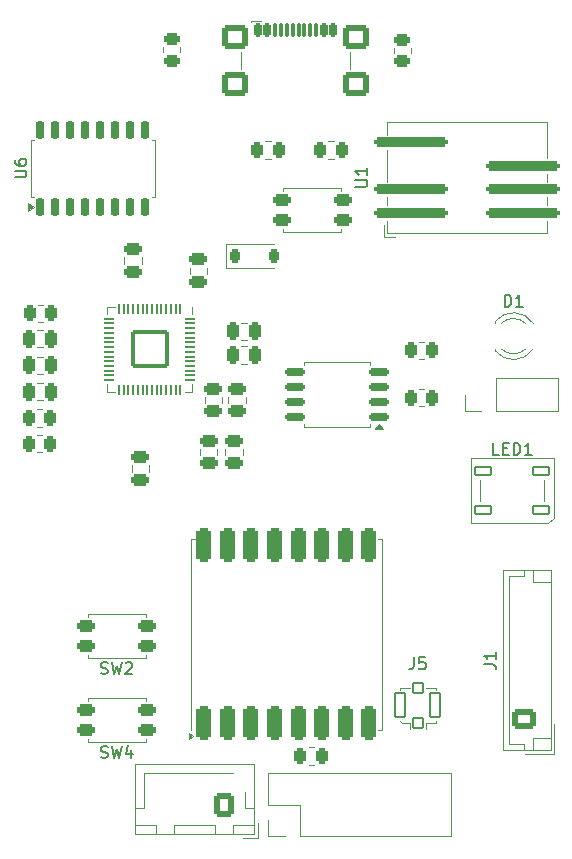
<source format=gbr>
%TF.GenerationSoftware,KiCad,Pcbnew,9.0.6*%
%TF.CreationDate,2025-11-22T08:39:34-08:00*%
%TF.ProjectId,bramble,6272616d-626c-4652-9e6b-696361645f70,rev?*%
%TF.SameCoordinates,Original*%
%TF.FileFunction,Legend,Top*%
%TF.FilePolarity,Positive*%
%FSLAX46Y46*%
G04 Gerber Fmt 4.6, Leading zero omitted, Abs format (unit mm)*
G04 Created by KiCad (PCBNEW 9.0.6) date 2025-11-22 08:39:34*
%MOMM*%
%LPD*%
G01*
G04 APERTURE LIST*
G04 Aperture macros list*
%AMRoundRect*
0 Rectangle with rounded corners*
0 $1 Rounding radius*
0 $2 $3 $4 $5 $6 $7 $8 $9 X,Y pos of 4 corners*
0 Add a 4 corners polygon primitive as box body*
4,1,4,$2,$3,$4,$5,$6,$7,$8,$9,$2,$3,0*
0 Add four circle primitives for the rounded corners*
1,1,$1+$1,$2,$3*
1,1,$1+$1,$4,$5*
1,1,$1+$1,$6,$7*
1,1,$1+$1,$8,$9*
0 Add four rect primitives between the rounded corners*
20,1,$1+$1,$2,$3,$4,$5,0*
20,1,$1+$1,$4,$5,$6,$7,0*
20,1,$1+$1,$6,$7,$8,$9,0*
20,1,$1+$1,$8,$9,$2,$3,0*%
G04 Aperture macros list end*
%ADD10C,0.150000*%
%ADD11C,0.120000*%
%ADD12RoundRect,0.250000X-0.475000X-0.250000X0.475000X-0.250000X0.475000X0.250000X-0.475000X0.250000X0*%
%ADD13RoundRect,0.250000X-0.262500X-0.450000X0.262500X-0.450000X0.262500X0.450000X-0.262500X0.450000X0*%
%ADD14RoundRect,0.100000X-0.400000X-0.400000X0.400000X-0.400000X0.400000X0.400000X-0.400000X0.400000X0*%
%ADD15RoundRect,0.105000X-0.420000X-0.995000X0.420000X-0.995000X0.420000X0.995000X-0.420000X0.995000X0*%
%ADD16R,1.800000X1.800000*%
%ADD17C,1.800000*%
%ADD18RoundRect,0.250000X0.475000X-0.250000X0.475000X0.250000X-0.475000X0.250000X-0.475000X-0.250000X0*%
%ADD19C,2.400000*%
%ADD20RoundRect,0.250000X-0.450000X0.262500X-0.450000X-0.262500X0.450000X-0.262500X0.450000X0.262500X0*%
%ADD21C,5.000000*%
%ADD22RoundRect,0.250000X-0.475000X0.250000X-0.475000X-0.250000X0.475000X-0.250000X0.475000X0.250000X0*%
%ADD23RoundRect,0.250000X0.262500X0.450000X-0.262500X0.450000X-0.262500X-0.450000X0.262500X-0.450000X0*%
%ADD24RoundRect,0.250000X0.475000X0.250000X-0.475000X0.250000X-0.475000X-0.250000X0.475000X-0.250000X0*%
%ADD25RoundRect,0.050000X-0.050000X0.387500X-0.050000X-0.387500X0.050000X-0.387500X0.050000X0.387500X0*%
%ADD26RoundRect,0.050000X-0.387500X0.050000X-0.387500X-0.050000X0.387500X-0.050000X0.387500X0.050000X0*%
%ADD27RoundRect,0.144000X-1.456000X1.456000X-1.456000X-1.456000X1.456000X-1.456000X1.456000X1.456000X0*%
%ADD28RoundRect,0.090000X-0.660000X-0.360000X0.660000X-0.360000X0.660000X0.360000X-0.660000X0.360000X0*%
%ADD29RoundRect,0.250000X0.250000X0.475000X-0.250000X0.475000X-0.250000X-0.475000X0.250000X-0.475000X0*%
%ADD30C,1.200000*%
%ADD31RoundRect,0.250000X0.600000X0.725000X-0.600000X0.725000X-0.600000X-0.725000X0.600000X-0.725000X0*%
%ADD32O,1.700000X1.950000*%
%ADD33RoundRect,0.225000X-0.225000X-0.375000X0.225000X-0.375000X0.225000X0.375000X-0.225000X0.375000X0*%
%ADD34RoundRect,0.317500X0.317500X-1.157500X0.317500X1.157500X-0.317500X1.157500X-0.317500X-1.157500X0*%
%ADD35R,1.700000X1.700000*%
%ADD36C,1.700000*%
%ADD37RoundRect,0.250000X-0.840000X-0.750000X0.840000X-0.750000X0.840000X0.750000X-0.840000X0.750000X0*%
%ADD38RoundRect,0.150000X-0.150000X-0.425000X0.150000X-0.425000X0.150000X0.425000X-0.150000X0.425000X0*%
%ADD39RoundRect,0.075000X-0.075000X-0.500000X0.075000X-0.500000X0.075000X0.500000X-0.075000X0.500000X0*%
%ADD40C,0.650000*%
%ADD41RoundRect,0.250000X-0.250000X-0.475000X0.250000X-0.475000X0.250000X0.475000X-0.250000X0.475000X0*%
%ADD42RoundRect,0.205000X2.920000X-0.205000X2.920000X0.205000X-2.920000X0.205000X-2.920000X-0.205000X0*%
%ADD43RoundRect,0.162500X0.650000X0.162500X-0.650000X0.162500X-0.650000X-0.162500X0.650000X-0.162500X0*%
%ADD44RoundRect,0.250000X0.725000X-0.600000X0.725000X0.600000X-0.725000X0.600000X-0.725000X-0.600000X0*%
%ADD45O,1.950000X1.700000*%
%ADD46RoundRect,0.150000X0.150000X-0.650000X0.150000X0.650000X-0.150000X0.650000X-0.150000X-0.650000X0*%
G04 APERTURE END LIST*
D10*
X46766666Y-67204819D02*
X46766666Y-67919104D01*
X46766666Y-67919104D02*
X46719047Y-68061961D01*
X46719047Y-68061961D02*
X46623809Y-68157200D01*
X46623809Y-68157200D02*
X46480952Y-68204819D01*
X46480952Y-68204819D02*
X46385714Y-68204819D01*
X47719047Y-67204819D02*
X47242857Y-67204819D01*
X47242857Y-67204819D02*
X47195238Y-67681009D01*
X47195238Y-67681009D02*
X47242857Y-67633390D01*
X47242857Y-67633390D02*
X47338095Y-67585771D01*
X47338095Y-67585771D02*
X47576190Y-67585771D01*
X47576190Y-67585771D02*
X47671428Y-67633390D01*
X47671428Y-67633390D02*
X47719047Y-67681009D01*
X47719047Y-67681009D02*
X47766666Y-67776247D01*
X47766666Y-67776247D02*
X47766666Y-68014342D01*
X47766666Y-68014342D02*
X47719047Y-68109580D01*
X47719047Y-68109580D02*
X47671428Y-68157200D01*
X47671428Y-68157200D02*
X47576190Y-68204819D01*
X47576190Y-68204819D02*
X47338095Y-68204819D01*
X47338095Y-68204819D02*
X47242857Y-68157200D01*
X47242857Y-68157200D02*
X47195238Y-68109580D01*
X54461905Y-37494819D02*
X54461905Y-36494819D01*
X54461905Y-36494819D02*
X54700000Y-36494819D01*
X54700000Y-36494819D02*
X54842857Y-36542438D01*
X54842857Y-36542438D02*
X54938095Y-36637676D01*
X54938095Y-36637676D02*
X54985714Y-36732914D01*
X54985714Y-36732914D02*
X55033333Y-36923390D01*
X55033333Y-36923390D02*
X55033333Y-37066247D01*
X55033333Y-37066247D02*
X54985714Y-37256723D01*
X54985714Y-37256723D02*
X54938095Y-37351961D01*
X54938095Y-37351961D02*
X54842857Y-37447200D01*
X54842857Y-37447200D02*
X54700000Y-37494819D01*
X54700000Y-37494819D02*
X54461905Y-37494819D01*
X55985714Y-37494819D02*
X55414286Y-37494819D01*
X55700000Y-37494819D02*
X55700000Y-36494819D01*
X55700000Y-36494819D02*
X55604762Y-36637676D01*
X55604762Y-36637676D02*
X55509524Y-36732914D01*
X55509524Y-36732914D02*
X55414286Y-36780533D01*
X20266667Y-68557200D02*
X20409524Y-68604819D01*
X20409524Y-68604819D02*
X20647619Y-68604819D01*
X20647619Y-68604819D02*
X20742857Y-68557200D01*
X20742857Y-68557200D02*
X20790476Y-68509580D01*
X20790476Y-68509580D02*
X20838095Y-68414342D01*
X20838095Y-68414342D02*
X20838095Y-68319104D01*
X20838095Y-68319104D02*
X20790476Y-68223866D01*
X20790476Y-68223866D02*
X20742857Y-68176247D01*
X20742857Y-68176247D02*
X20647619Y-68128628D01*
X20647619Y-68128628D02*
X20457143Y-68081009D01*
X20457143Y-68081009D02*
X20361905Y-68033390D01*
X20361905Y-68033390D02*
X20314286Y-67985771D01*
X20314286Y-67985771D02*
X20266667Y-67890533D01*
X20266667Y-67890533D02*
X20266667Y-67795295D01*
X20266667Y-67795295D02*
X20314286Y-67700057D01*
X20314286Y-67700057D02*
X20361905Y-67652438D01*
X20361905Y-67652438D02*
X20457143Y-67604819D01*
X20457143Y-67604819D02*
X20695238Y-67604819D01*
X20695238Y-67604819D02*
X20838095Y-67652438D01*
X21171429Y-67604819D02*
X21409524Y-68604819D01*
X21409524Y-68604819D02*
X21600000Y-67890533D01*
X21600000Y-67890533D02*
X21790476Y-68604819D01*
X21790476Y-68604819D02*
X22028572Y-67604819D01*
X22361905Y-67700057D02*
X22409524Y-67652438D01*
X22409524Y-67652438D02*
X22504762Y-67604819D01*
X22504762Y-67604819D02*
X22742857Y-67604819D01*
X22742857Y-67604819D02*
X22838095Y-67652438D01*
X22838095Y-67652438D02*
X22885714Y-67700057D01*
X22885714Y-67700057D02*
X22933333Y-67795295D01*
X22933333Y-67795295D02*
X22933333Y-67890533D01*
X22933333Y-67890533D02*
X22885714Y-68033390D01*
X22885714Y-68033390D02*
X22314286Y-68604819D01*
X22314286Y-68604819D02*
X22933333Y-68604819D01*
X53980952Y-50032319D02*
X53504762Y-50032319D01*
X53504762Y-50032319D02*
X53504762Y-49032319D01*
X54314286Y-49508509D02*
X54647619Y-49508509D01*
X54790476Y-50032319D02*
X54314286Y-50032319D01*
X54314286Y-50032319D02*
X54314286Y-49032319D01*
X54314286Y-49032319D02*
X54790476Y-49032319D01*
X55219048Y-50032319D02*
X55219048Y-49032319D01*
X55219048Y-49032319D02*
X55457143Y-49032319D01*
X55457143Y-49032319D02*
X55600000Y-49079938D01*
X55600000Y-49079938D02*
X55695238Y-49175176D01*
X55695238Y-49175176D02*
X55742857Y-49270414D01*
X55742857Y-49270414D02*
X55790476Y-49460890D01*
X55790476Y-49460890D02*
X55790476Y-49603747D01*
X55790476Y-49603747D02*
X55742857Y-49794223D01*
X55742857Y-49794223D02*
X55695238Y-49889461D01*
X55695238Y-49889461D02*
X55600000Y-49984700D01*
X55600000Y-49984700D02*
X55457143Y-50032319D01*
X55457143Y-50032319D02*
X55219048Y-50032319D01*
X56742857Y-50032319D02*
X56171429Y-50032319D01*
X56457143Y-50032319D02*
X56457143Y-49032319D01*
X56457143Y-49032319D02*
X56361905Y-49175176D01*
X56361905Y-49175176D02*
X56266667Y-49270414D01*
X56266667Y-49270414D02*
X56171429Y-49318033D01*
X20266667Y-75657200D02*
X20409524Y-75704819D01*
X20409524Y-75704819D02*
X20647619Y-75704819D01*
X20647619Y-75704819D02*
X20742857Y-75657200D01*
X20742857Y-75657200D02*
X20790476Y-75609580D01*
X20790476Y-75609580D02*
X20838095Y-75514342D01*
X20838095Y-75514342D02*
X20838095Y-75419104D01*
X20838095Y-75419104D02*
X20790476Y-75323866D01*
X20790476Y-75323866D02*
X20742857Y-75276247D01*
X20742857Y-75276247D02*
X20647619Y-75228628D01*
X20647619Y-75228628D02*
X20457143Y-75181009D01*
X20457143Y-75181009D02*
X20361905Y-75133390D01*
X20361905Y-75133390D02*
X20314286Y-75085771D01*
X20314286Y-75085771D02*
X20266667Y-74990533D01*
X20266667Y-74990533D02*
X20266667Y-74895295D01*
X20266667Y-74895295D02*
X20314286Y-74800057D01*
X20314286Y-74800057D02*
X20361905Y-74752438D01*
X20361905Y-74752438D02*
X20457143Y-74704819D01*
X20457143Y-74704819D02*
X20695238Y-74704819D01*
X20695238Y-74704819D02*
X20838095Y-74752438D01*
X21171429Y-74704819D02*
X21409524Y-75704819D01*
X21409524Y-75704819D02*
X21600000Y-74990533D01*
X21600000Y-74990533D02*
X21790476Y-75704819D01*
X21790476Y-75704819D02*
X22028572Y-74704819D01*
X22838095Y-75038152D02*
X22838095Y-75704819D01*
X22600000Y-74657200D02*
X22361905Y-75371485D01*
X22361905Y-75371485D02*
X22980952Y-75371485D01*
X41804819Y-27345654D02*
X42614342Y-27345654D01*
X42614342Y-27345654D02*
X42709580Y-27298035D01*
X42709580Y-27298035D02*
X42757200Y-27250416D01*
X42757200Y-27250416D02*
X42804819Y-27155178D01*
X42804819Y-27155178D02*
X42804819Y-26964702D01*
X42804819Y-26964702D02*
X42757200Y-26869464D01*
X42757200Y-26869464D02*
X42709580Y-26821845D01*
X42709580Y-26821845D02*
X42614342Y-26774226D01*
X42614342Y-26774226D02*
X41804819Y-26774226D01*
X42804819Y-25774226D02*
X42804819Y-26345654D01*
X42804819Y-26059940D02*
X41804819Y-26059940D01*
X41804819Y-26059940D02*
X41947676Y-26155178D01*
X41947676Y-26155178D02*
X42042914Y-26250416D01*
X42042914Y-26250416D02*
X42090533Y-26345654D01*
X52704819Y-67767083D02*
X53419104Y-67767083D01*
X53419104Y-67767083D02*
X53561961Y-67814702D01*
X53561961Y-67814702D02*
X53657200Y-67909940D01*
X53657200Y-67909940D02*
X53704819Y-68052797D01*
X53704819Y-68052797D02*
X53704819Y-68148035D01*
X53704819Y-66767083D02*
X53704819Y-67338511D01*
X53704819Y-67052797D02*
X52704819Y-67052797D01*
X52704819Y-67052797D02*
X52847676Y-67148035D01*
X52847676Y-67148035D02*
X52942914Y-67243273D01*
X52942914Y-67243273D02*
X52990533Y-67338511D01*
X12954819Y-26561904D02*
X13764342Y-26561904D01*
X13764342Y-26561904D02*
X13859580Y-26514285D01*
X13859580Y-26514285D02*
X13907200Y-26466666D01*
X13907200Y-26466666D02*
X13954819Y-26371428D01*
X13954819Y-26371428D02*
X13954819Y-26180952D01*
X13954819Y-26180952D02*
X13907200Y-26085714D01*
X13907200Y-26085714D02*
X13859580Y-26038095D01*
X13859580Y-26038095D02*
X13764342Y-25990476D01*
X13764342Y-25990476D02*
X12954819Y-25990476D01*
X12954819Y-25085714D02*
X12954819Y-25276190D01*
X12954819Y-25276190D02*
X13002438Y-25371428D01*
X13002438Y-25371428D02*
X13050057Y-25419047D01*
X13050057Y-25419047D02*
X13192914Y-25514285D01*
X13192914Y-25514285D02*
X13383390Y-25561904D01*
X13383390Y-25561904D02*
X13764342Y-25561904D01*
X13764342Y-25561904D02*
X13859580Y-25514285D01*
X13859580Y-25514285D02*
X13907200Y-25466666D01*
X13907200Y-25466666D02*
X13954819Y-25371428D01*
X13954819Y-25371428D02*
X13954819Y-25180952D01*
X13954819Y-25180952D02*
X13907200Y-25085714D01*
X13907200Y-25085714D02*
X13859580Y-25038095D01*
X13859580Y-25038095D02*
X13764342Y-24990476D01*
X13764342Y-24990476D02*
X13526247Y-24990476D01*
X13526247Y-24990476D02*
X13431009Y-25038095D01*
X13431009Y-25038095D02*
X13383390Y-25085714D01*
X13383390Y-25085714D02*
X13335771Y-25180952D01*
X13335771Y-25180952D02*
X13335771Y-25371428D01*
X13335771Y-25371428D02*
X13383390Y-25466666D01*
X13383390Y-25466666D02*
X13431009Y-25514285D01*
X13431009Y-25514285D02*
X13526247Y-25561904D01*
D11*
%TO.C,SW1*%
X35715000Y-27490000D02*
X35715000Y-27740000D01*
X35715000Y-30960000D02*
X35715000Y-31210000D01*
X35715000Y-31210000D02*
X40635000Y-31210000D01*
X40635000Y-27490000D02*
X35715000Y-27490000D01*
X40635000Y-27490000D02*
X40635000Y-27740000D01*
X40635000Y-30960000D02*
X40635000Y-31210000D01*
%TO.C,R13*%
X14930436Y-37335000D02*
X15384564Y-37335000D01*
X14930436Y-38805000D02*
X15384564Y-38805000D01*
%TO.C,J5*%
X45600000Y-69750000D02*
X46400000Y-69750000D01*
X45600000Y-69950000D02*
X45600000Y-69750000D01*
X45800000Y-72750000D02*
X45600000Y-72550000D01*
X46400000Y-72750000D02*
X45800000Y-72750000D01*
X46400000Y-72750000D02*
X46400000Y-73250000D01*
X47800000Y-69750000D02*
X48600000Y-69750000D01*
X47800000Y-72750000D02*
X47800000Y-73250000D01*
X48600000Y-69750000D02*
X48600000Y-69950000D01*
X48600000Y-72550000D02*
X48600000Y-72750000D01*
X48600000Y-72750000D02*
X47800000Y-72750000D01*
%TO.C,R21*%
X47172936Y-40465000D02*
X47627064Y-40465000D01*
X47172936Y-41935000D02*
X47627064Y-41935000D01*
%TO.C,D1*%
X53640000Y-38764000D02*
X53640000Y-38920000D01*
X53640000Y-41080000D02*
X53640000Y-41236000D01*
X53640000Y-38764484D02*
G75*
G02*
X56871437Y-38920000I1560000J-1235516D01*
G01*
X54159039Y-38920000D02*
G75*
G02*
X56240961Y-38920000I1040961J-1080000D01*
G01*
X56240961Y-41080000D02*
G75*
G02*
X54159039Y-41080000I-1040961J1080000D01*
G01*
X56871437Y-41080000D02*
G75*
G02*
X53640000Y-41235516I-1671437J1080000D01*
G01*
%TO.C,C13*%
X27790000Y-34711252D02*
X27790000Y-34188748D01*
X29260000Y-34711252D02*
X29260000Y-34188748D01*
%TO.C,R17*%
X25515000Y-15522936D02*
X25515000Y-15977064D01*
X26985000Y-15522936D02*
X26985000Y-15977064D01*
%TO.C,R20*%
X34185436Y-23515000D02*
X34639564Y-23515000D01*
X34185436Y-24985000D02*
X34639564Y-24985000D01*
%TO.C,C16*%
X30815000Y-49538748D02*
X30815000Y-50061252D01*
X32285000Y-49538748D02*
X32285000Y-50061252D01*
%TO.C,R16*%
X15307064Y-48375000D02*
X14852936Y-48375000D01*
X15307064Y-49845000D02*
X14852936Y-49845000D01*
%TO.C,SW2*%
X19140000Y-63790000D02*
X19140000Y-63540000D01*
X19140000Y-67260000D02*
X19140000Y-67010000D01*
X19140000Y-67260000D02*
X24060000Y-67260000D01*
X24060000Y-63540000D02*
X19140000Y-63540000D01*
X24060000Y-63790000D02*
X24060000Y-63540000D01*
X24060000Y-67260000D02*
X24060000Y-67010000D01*
%TO.C,IC1*%
X20790000Y-37515000D02*
X21440000Y-37515000D01*
X20790000Y-38165000D02*
X20790000Y-37515000D01*
X20790000Y-44085000D02*
X20790000Y-44735000D01*
X20790000Y-44735000D02*
X21440000Y-44735000D01*
X28010000Y-38165000D02*
X28010000Y-37515000D01*
X28010000Y-44085000D02*
X28010000Y-44735000D01*
X28010000Y-44735000D02*
X27360000Y-44735000D01*
%TO.C,LED1*%
X51600000Y-50327500D02*
X51600000Y-55827500D01*
X51600000Y-50327500D02*
X58600000Y-50327500D01*
X51600000Y-55827500D02*
X58150000Y-55827500D01*
X52400000Y-53977500D02*
X52400000Y-52177500D01*
X57800000Y-53977500D02*
X57800000Y-52177500D01*
X58150000Y-55827500D02*
X58600000Y-55377500D01*
X58600000Y-55377500D02*
X58600000Y-50327500D01*
%TO.C,C18*%
X22265000Y-33861252D02*
X22265000Y-33338748D01*
X23735000Y-33861252D02*
X23735000Y-33338748D01*
%TO.C,C14*%
X15361252Y-39481000D02*
X14838748Y-39481000D01*
X15361252Y-40951000D02*
X14838748Y-40951000D01*
%TO.C,J6*%
X23140000Y-76215000D02*
X23140000Y-82185000D01*
X23140000Y-82185000D02*
X33260000Y-82185000D01*
X23150000Y-79925000D02*
X23900000Y-79925000D01*
X23150000Y-81425000D02*
X23150000Y-82175000D01*
X23150000Y-82175000D02*
X24950000Y-82175000D01*
X23900000Y-76975000D02*
X28200000Y-76975000D01*
X23900000Y-79925000D02*
X23900000Y-76975000D01*
X24950000Y-81425000D02*
X23150000Y-81425000D01*
X24950000Y-82175000D02*
X24950000Y-81425000D01*
X26450000Y-81425000D02*
X26450000Y-82175000D01*
X26450000Y-82175000D02*
X29950000Y-82175000D01*
X28200000Y-76975000D02*
X31440000Y-76975000D01*
X29950000Y-81425000D02*
X26450000Y-81425000D01*
X29950000Y-82175000D02*
X29950000Y-81425000D01*
X31450000Y-81425000D02*
X31450000Y-82175000D01*
X31450000Y-82175000D02*
X33250000Y-82175000D01*
X32300000Y-82475000D02*
X33550000Y-82475000D01*
X32500000Y-79925000D02*
X32500000Y-78585000D01*
X33250000Y-79925000D02*
X32500000Y-79925000D01*
X33250000Y-81425000D02*
X31450000Y-81425000D01*
X33250000Y-82175000D02*
X33250000Y-81425000D01*
X33260000Y-76215000D02*
X23140000Y-76215000D01*
X33260000Y-82185000D02*
X33260000Y-76215000D01*
X33550000Y-82475000D02*
X33550000Y-81225000D01*
%TO.C,D3*%
X30890000Y-32225000D02*
X30890000Y-34225000D01*
X30890000Y-32225000D02*
X34900000Y-32225000D01*
X30890000Y-34225000D02*
X34900000Y-34225000D01*
%TO.C,SW4*%
X19140000Y-70890000D02*
X19140000Y-70640000D01*
X19140000Y-74360000D02*
X19140000Y-74110000D01*
X19140000Y-74360000D02*
X24060000Y-74360000D01*
X24060000Y-70640000D02*
X19140000Y-70640000D01*
X24060000Y-70890000D02*
X24060000Y-70640000D01*
X24060000Y-74360000D02*
X24060000Y-74110000D01*
%TO.C,C15*%
X28665000Y-49541248D02*
X28665000Y-50063752D01*
X30135000Y-49541248D02*
X30135000Y-50063752D01*
%TO.C,C10*%
X15361252Y-43973000D02*
X14838748Y-43973000D01*
X15361252Y-45443000D02*
X14838748Y-45443000D01*
%TO.C,U4*%
X27900000Y-57150000D02*
X28300000Y-57150000D01*
X27900000Y-73350000D02*
X27900000Y-57150000D01*
X43700000Y-73350000D02*
X44100000Y-73350000D01*
X44100000Y-57150000D02*
X43700000Y-57150000D01*
X44100000Y-73350000D02*
X44100000Y-57150000D01*
X28100000Y-73850000D02*
X27764000Y-74090000D01*
X27764000Y-73610000D01*
X28100000Y-73850000D01*
G36*
X28100000Y-73850000D02*
G01*
X27764000Y-74090000D01*
X27764000Y-73610000D01*
X28100000Y-73850000D01*
G37*
%TO.C,J7*%
X34440000Y-77005000D02*
X49900000Y-77005000D01*
X34440000Y-79655000D02*
X34440000Y-77005000D01*
X34440000Y-82305000D02*
X34440000Y-80925000D01*
X35820000Y-82305000D02*
X34440000Y-82305000D01*
X37090000Y-79655000D02*
X34440000Y-79655000D01*
X37090000Y-82305000D02*
X37090000Y-79655000D01*
X37090000Y-82305000D02*
X49900000Y-82305000D01*
X49900000Y-82305000D02*
X49900000Y-77005000D01*
%TO.C,J3*%
X41330000Y-17365000D02*
X41330000Y-15955000D01*
X33790000Y-13285000D02*
X32990000Y-13285000D01*
X32990000Y-13285000D02*
X32990000Y-13435000D01*
X32170000Y-17365000D02*
X32170000Y-15955000D01*
%TO.C,C17*%
X32138748Y-40865000D02*
X32661252Y-40865000D01*
X32138748Y-42335000D02*
X32661252Y-42335000D01*
%TO.C,R18*%
X45065000Y-15572936D02*
X45065000Y-16027064D01*
X46535000Y-15572936D02*
X46535000Y-16027064D01*
%TO.C,R19*%
X39977064Y-23515000D02*
X39522936Y-23515000D01*
X39977064Y-24985000D02*
X39522936Y-24985000D01*
%TO.C,U1*%
X44200000Y-31583750D02*
X44200000Y-30583750D01*
X44500000Y-21883750D02*
X58000000Y-21883750D01*
X44500000Y-22933750D02*
X44500000Y-21883750D01*
X44500000Y-26933750D02*
X44500000Y-24233750D01*
X44500000Y-28933750D02*
X44500000Y-28233750D01*
X44500000Y-31283750D02*
X44500000Y-30233750D01*
X45200000Y-31583750D02*
X44200000Y-31583750D01*
X58000000Y-24883750D02*
X58000000Y-21883750D01*
X58000000Y-26933750D02*
X58000000Y-26233750D01*
X58000000Y-28933750D02*
X58000000Y-28233750D01*
X58000000Y-30233750D02*
X58000000Y-31283750D01*
X58000000Y-31283750D02*
X44500000Y-31283750D01*
%TO.C,C12*%
X31065000Y-45661252D02*
X31065000Y-45138748D01*
X32535000Y-45661252D02*
X32535000Y-45138748D01*
%TO.C,U7*%
X37502500Y-42147500D02*
X43022500Y-42147500D01*
X37502500Y-42417500D02*
X37502500Y-42147500D01*
X37502500Y-47667500D02*
X37502500Y-47397500D01*
X43022500Y-42147500D02*
X43022500Y-42417500D01*
X43022500Y-47397500D02*
X43022500Y-47667500D01*
X43022500Y-47667500D02*
X37502500Y-47667500D01*
X44192500Y-47877500D02*
X43512500Y-47877500D01*
X43852500Y-47407500D01*
X44192500Y-47877500D01*
G36*
X44192500Y-47877500D02*
G01*
X43512500Y-47877500D01*
X43852500Y-47407500D01*
X44192500Y-47877500D01*
G37*
%TO.C,J2*%
X51090000Y-46331250D02*
X51090000Y-44951250D01*
X52470000Y-46331250D02*
X51090000Y-46331250D01*
X53740000Y-43571250D02*
X58930000Y-43571250D01*
X53740000Y-46331250D02*
X53740000Y-43571250D01*
X53740000Y-46331250D02*
X58930000Y-46331250D01*
X58930000Y-46331250D02*
X58930000Y-43571250D01*
%TO.C,C11*%
X32661252Y-38865000D02*
X32138748Y-38865000D01*
X32661252Y-40335000D02*
X32138748Y-40335000D01*
%TO.C,J1*%
X54340000Y-59823750D02*
X54340000Y-75043750D01*
X54340000Y-75043750D02*
X58360000Y-75043750D01*
X54840000Y-60323750D02*
X56050000Y-60323750D01*
X54840000Y-74543750D02*
X54840000Y-60323750D01*
X56050000Y-60323750D02*
X56050000Y-59823750D01*
X56050000Y-74543750D02*
X54840000Y-74543750D01*
X56050000Y-75043750D02*
X56050000Y-74543750D01*
X56160000Y-75343750D02*
X58660000Y-75343750D01*
X56860000Y-59823750D02*
X56860000Y-60823750D01*
X56860000Y-60823750D02*
X58360000Y-60823750D01*
X56860000Y-74043750D02*
X58360000Y-74043750D01*
X56860000Y-75043750D02*
X56860000Y-74043750D01*
X58360000Y-59823750D02*
X54340000Y-59823750D01*
X58360000Y-75043750D02*
X58360000Y-59823750D01*
X58660000Y-75343750D02*
X58660000Y-72843750D01*
%TO.C,R15*%
X38302064Y-74815000D02*
X37847936Y-74815000D01*
X38302064Y-76285000D02*
X37847936Y-76285000D01*
%TO.C,R14*%
X47172936Y-44465000D02*
X47627064Y-44465000D01*
X47172936Y-45935000D02*
X47627064Y-45935000D01*
%TO.C,U6*%
X14340000Y-23415000D02*
X14595000Y-23415000D01*
X14340000Y-28185000D02*
X14340000Y-23415000D01*
X14595000Y-28185000D02*
X14340000Y-28185000D01*
X24605000Y-23415000D02*
X24860000Y-23415000D01*
X24860000Y-23415000D02*
X24860000Y-28185000D01*
X24860000Y-28185000D02*
X24605000Y-28185000D01*
X14590000Y-29050000D02*
X14120000Y-29390000D01*
X14120000Y-28710000D01*
X14590000Y-29050000D01*
G36*
X14590000Y-29050000D02*
G01*
X14120000Y-29390000D01*
X14120000Y-28710000D01*
X14590000Y-29050000D01*
G37*
%TO.C,C20*%
X22865000Y-50938748D02*
X22865000Y-51461252D01*
X24335000Y-50938748D02*
X24335000Y-51461252D01*
%TO.C,C7*%
X14838748Y-41727000D02*
X15361252Y-41727000D01*
X14838748Y-43197000D02*
X15361252Y-43197000D01*
%TO.C,C19*%
X29065000Y-45138748D02*
X29065000Y-45661252D01*
X30535000Y-45138748D02*
X30535000Y-45661252D01*
%TO.C,R12*%
X14852936Y-46189000D02*
X15307064Y-46189000D01*
X14852936Y-47659000D02*
X15307064Y-47659000D01*
%TD*%
%LPC*%
D12*
%TO.C,SW1*%
X35600000Y-28500000D03*
X40750000Y-28500000D03*
X35600000Y-30200000D03*
X40750000Y-30200000D03*
%TD*%
D13*
%TO.C,R13*%
X14245000Y-38070000D03*
X16070000Y-38070000D03*
%TD*%
D14*
%TO.C,J5*%
X47100000Y-69750000D03*
D15*
X48575000Y-71250000D03*
D14*
X47100000Y-72750000D03*
D15*
X45625000Y-71250000D03*
%TD*%
D13*
%TO.C,R21*%
X46487500Y-41200000D03*
X48312500Y-41200000D03*
%TD*%
D16*
%TO.C,D1*%
X52660000Y-40000000D03*
D17*
X55200000Y-40000000D03*
X57740000Y-40000000D03*
%TD*%
D18*
%TO.C,C13*%
X28525000Y-35400000D03*
X28525000Y-33500000D03*
%TD*%
D19*
%TO.C,R6*%
X15200000Y-58380000D03*
X15200000Y-73620000D03*
%TD*%
D20*
%TO.C,R17*%
X26250000Y-14837500D03*
X26250000Y-16662500D03*
%TD*%
D21*
%TO.C,U$4*%
X16750000Y-17000000D03*
%TD*%
D13*
%TO.C,R20*%
X33500000Y-24250000D03*
X35325000Y-24250000D03*
%TD*%
D22*
%TO.C,C16*%
X31550000Y-48850000D03*
X31550000Y-50750000D03*
%TD*%
D23*
%TO.C,R16*%
X15992500Y-49110000D03*
X14167500Y-49110000D03*
%TD*%
D24*
%TO.C,SW2*%
X24175000Y-66250000D03*
X19025000Y-66250000D03*
X24175000Y-64550000D03*
X19025000Y-64550000D03*
%TD*%
D25*
%TO.C,IC1*%
X27000000Y-37687500D03*
X26600000Y-37687500D03*
X26200000Y-37687500D03*
X25800000Y-37687500D03*
X25400000Y-37687500D03*
X25000000Y-37687500D03*
X24600000Y-37687500D03*
X24200000Y-37687500D03*
X23800000Y-37687500D03*
X23400000Y-37687500D03*
X23000000Y-37687500D03*
X22600000Y-37687500D03*
X22200000Y-37687500D03*
X21800000Y-37687500D03*
D26*
X20962500Y-38525000D03*
X20962500Y-38925000D03*
X20962500Y-39325000D03*
X20962500Y-39725000D03*
X20962500Y-40125000D03*
X20962500Y-40525000D03*
X20962500Y-40925000D03*
X20962500Y-41325000D03*
X20962500Y-41725000D03*
X20962500Y-42125000D03*
X20962500Y-42525000D03*
X20962500Y-42925000D03*
X20962500Y-43325000D03*
X20962500Y-43725000D03*
D25*
X21800000Y-44562500D03*
X22200000Y-44562500D03*
X22600000Y-44562500D03*
X23000000Y-44562500D03*
X23400000Y-44562500D03*
X23800000Y-44562500D03*
X24200000Y-44562500D03*
X24600000Y-44562500D03*
X25000000Y-44562500D03*
X25400000Y-44562500D03*
X25800000Y-44562500D03*
X26200000Y-44562500D03*
X26600000Y-44562500D03*
X27000000Y-44562500D03*
D26*
X27837500Y-43725000D03*
X27837500Y-43325000D03*
X27837500Y-42925000D03*
X27837500Y-42525000D03*
X27837500Y-42125000D03*
X27837500Y-41725000D03*
X27837500Y-41325000D03*
X27837500Y-40925000D03*
X27837500Y-40525000D03*
X27837500Y-40125000D03*
X27837500Y-39725000D03*
X27837500Y-39325000D03*
X27837500Y-38925000D03*
X27837500Y-38525000D03*
D27*
X24400000Y-41125000D03*
%TD*%
D28*
%TO.C,LED1*%
X52650000Y-51427500D03*
X52650000Y-54727500D03*
X57550000Y-54727500D03*
X57550000Y-51427500D03*
%TD*%
D21*
%TO.C,U$2*%
X16750000Y-79500000D03*
%TD*%
D18*
%TO.C,C18*%
X23000000Y-34550000D03*
X23000000Y-32650000D03*
%TD*%
D29*
%TO.C,C14*%
X16050000Y-40216000D03*
X14150000Y-40216000D03*
%TD*%
D30*
%TO.C,J6*%
X32300000Y-77725000D03*
D31*
X30700000Y-79725000D03*
D32*
X28200000Y-79725000D03*
X25700000Y-79725000D03*
%TD*%
D33*
%TO.C,D3*%
X31600000Y-33225000D03*
X34900000Y-33225000D03*
%TD*%
D24*
%TO.C,SW4*%
X24175000Y-73350000D03*
X19025000Y-73350000D03*
X24175000Y-71650000D03*
X19025000Y-71650000D03*
%TD*%
D22*
%TO.C,C15*%
X29400000Y-48852500D03*
X29400000Y-50752500D03*
%TD*%
D29*
%TO.C,C10*%
X16050000Y-44708000D03*
X14150000Y-44708000D03*
%TD*%
D21*
%TO.C,U$3*%
X56750000Y-17000000D03*
%TD*%
D34*
%TO.C,U4*%
X29000000Y-72775000D03*
X31000000Y-72775000D03*
X33000000Y-72775000D03*
X35000000Y-72775000D03*
X37000000Y-72775000D03*
X39000000Y-72775000D03*
X41000000Y-72775000D03*
X43000000Y-72775000D03*
X43000000Y-57725000D03*
X41000000Y-57725000D03*
X39000000Y-57725000D03*
X37000000Y-57725000D03*
X35000000Y-57725000D03*
X33000000Y-57725000D03*
X31000000Y-57725000D03*
X29000000Y-57725000D03*
%TD*%
D35*
%TO.C,J7*%
X35820000Y-80925000D03*
D36*
X35820000Y-78385000D03*
X38360000Y-80925000D03*
X38360000Y-78385000D03*
X40900000Y-80925000D03*
X40900000Y-78385000D03*
X43440000Y-80925000D03*
X43440000Y-78385000D03*
X45980000Y-80925000D03*
X45980000Y-78385000D03*
X48520000Y-80925000D03*
X48520000Y-78385000D03*
%TD*%
D37*
%TO.C,J3*%
X41860000Y-18625000D03*
X41860000Y-14695000D03*
X31640000Y-18625000D03*
X31640000Y-14695000D03*
D38*
X33550000Y-14120000D03*
X34350000Y-14120000D03*
D39*
X35000000Y-14120000D03*
X36000000Y-14120000D03*
X37500000Y-14120000D03*
X38500000Y-14120000D03*
D38*
X39150000Y-14120000D03*
X39950000Y-14120000D03*
X39950000Y-14120000D03*
X39150000Y-14120000D03*
D39*
X38000000Y-14120000D03*
X37000000Y-14120000D03*
X36500000Y-14120000D03*
X35500000Y-14120000D03*
D38*
X34350000Y-14120000D03*
X33550000Y-14120000D03*
D40*
X39640000Y-15195000D03*
X33860000Y-15195000D03*
%TD*%
D41*
%TO.C,C17*%
X31450000Y-41600000D03*
X33350000Y-41600000D03*
%TD*%
D20*
%TO.C,R18*%
X45800000Y-14887500D03*
X45800000Y-16712500D03*
%TD*%
D23*
%TO.C,R19*%
X40662500Y-24250000D03*
X38837500Y-24250000D03*
%TD*%
D42*
%TO.C,U1*%
X46500000Y-29583750D03*
X46500000Y-27583750D03*
X46500000Y-23583750D03*
X56000000Y-29583750D03*
X56000000Y-27583750D03*
X56000000Y-25583750D03*
%TD*%
D18*
%TO.C,C12*%
X31800000Y-46350000D03*
X31800000Y-44450000D03*
%TD*%
D43*
%TO.C,U7*%
X43850000Y-46812500D03*
X43850000Y-45542500D03*
X43850000Y-44272500D03*
X43850000Y-43002500D03*
X36675000Y-43002500D03*
X36675000Y-44272500D03*
X36675000Y-45542500D03*
X36675000Y-46812500D03*
%TD*%
D35*
%TO.C,J2*%
X52470000Y-44951250D03*
D36*
X55010000Y-44951250D03*
X57550000Y-44951250D03*
%TD*%
D29*
%TO.C,C11*%
X33350000Y-39600000D03*
X31450000Y-39600000D03*
%TD*%
D44*
%TO.C,J1*%
X56050000Y-72433750D03*
D45*
X56050000Y-69933750D03*
X56050000Y-67433750D03*
X56050000Y-64933750D03*
X56050000Y-62433750D03*
%TD*%
D21*
%TO.C,U$1*%
X56750000Y-79500000D03*
%TD*%
D23*
%TO.C,R15*%
X38987500Y-75550000D03*
X37162500Y-75550000D03*
%TD*%
D13*
%TO.C,R14*%
X46487500Y-45200000D03*
X48312500Y-45200000D03*
%TD*%
D46*
%TO.C,U6*%
X15155000Y-29050000D03*
X16425000Y-29050000D03*
X17695000Y-29050000D03*
X18965000Y-29050000D03*
X20235000Y-29050000D03*
X21505000Y-29050000D03*
X22775000Y-29050000D03*
X24045000Y-29050000D03*
X24045000Y-22550000D03*
X22775000Y-22550000D03*
X21505000Y-22550000D03*
X20235000Y-22550000D03*
X18965000Y-22550000D03*
X17695000Y-22550000D03*
X16425000Y-22550000D03*
X15155000Y-22550000D03*
%TD*%
D22*
%TO.C,C20*%
X23600000Y-50250000D03*
X23600000Y-52150000D03*
%TD*%
D41*
%TO.C,C7*%
X14150000Y-42462000D03*
X16050000Y-42462000D03*
%TD*%
D22*
%TO.C,C19*%
X29800000Y-44450000D03*
X29800000Y-46350000D03*
%TD*%
D13*
%TO.C,R12*%
X14167500Y-46924000D03*
X15992500Y-46924000D03*
%TD*%
%LPD*%
M02*

</source>
